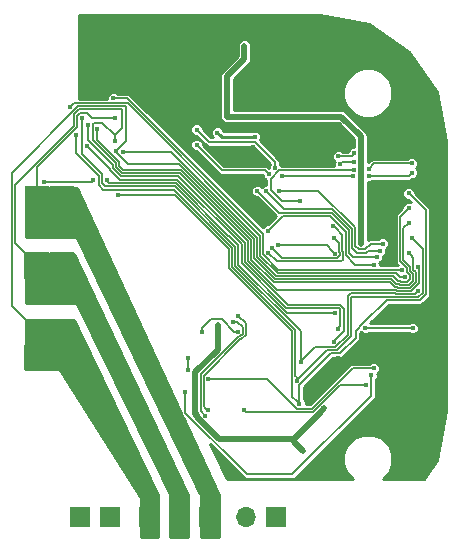
<source format=gbr>
G04 #@! TF.FileFunction,Copper,L2,Bot,Signal*
%FSLAX46Y46*%
G04 Gerber Fmt 4.6, Leading zero omitted, Abs format (unit mm)*
G04 Created by KiCad (PCBNEW 4.0.6) date 06/11/18 21:36:10*
%MOMM*%
%LPD*%
G01*
G04 APERTURE LIST*
%ADD10C,0.100000*%
%ADD11C,0.400000*%
%ADD12R,1.700000X1.700000*%
%ADD13O,1.700000X1.700000*%
%ADD14R,2.150000X2.200000*%
%ADD15C,0.500000*%
%ADD16C,0.130000*%
%ADD17C,0.250000*%
%ADD18C,0.254000*%
G04 APERTURE END LIST*
D10*
D11*
X81850000Y-46400000D03*
X78050000Y-46750000D03*
X69750000Y-44400000D03*
X73700000Y-49900000D03*
X77600000Y-52900000D03*
X83300000Y-59150000D03*
X70450000Y-50250000D03*
X59750000Y-44200000D03*
X77700000Y-53650000D03*
X86900000Y-74450000D03*
X85750000Y-75800000D03*
X84150000Y-74750000D03*
X84550000Y-76350000D03*
X64250000Y-51150000D03*
X65900000Y-50200000D03*
X63900000Y-49650000D03*
X65650000Y-52450000D03*
X74050000Y-52950000D03*
X78700000Y-44750000D03*
D12*
X73200000Y-85900000D03*
D13*
X70660000Y-85900000D03*
D12*
X56600000Y-85900000D03*
X59200000Y-85900000D03*
X62500000Y-85900000D03*
X65040000Y-85900000D03*
X67580000Y-85900000D03*
D14*
X52958935Y-72400000D03*
X52958935Y-70200000D03*
X55108935Y-72400000D03*
X55108935Y-70200000D03*
X52945000Y-66800000D03*
X52945000Y-64600000D03*
X55095000Y-66800000D03*
X55095000Y-64600000D03*
X52958935Y-61195000D03*
X52958935Y-58995000D03*
X55108935Y-61195000D03*
X55108935Y-58995000D03*
D11*
X85550000Y-50850000D03*
X77320710Y-76700000D03*
X66500002Y-77250000D03*
X80784944Y-69900000D03*
X84800000Y-69900000D03*
X75500000Y-80350000D03*
X76939127Y-77081583D03*
X68300000Y-69650000D03*
X70700000Y-57200000D03*
X72000000Y-60050000D03*
X71250000Y-54550000D03*
X69550000Y-56100000D03*
X78450000Y-72450000D03*
X84900000Y-71200000D03*
X62300000Y-47400000D03*
X63550000Y-47400000D03*
X63550000Y-46500000D03*
X62300000Y-46500000D03*
X62300000Y-45600000D03*
X63550000Y-45600000D03*
X63550000Y-44700000D03*
X62300000Y-44700000D03*
X59650000Y-54950000D03*
X84454990Y-61000000D03*
X75200000Y-76300002D03*
X59808914Y-58624634D03*
X84450000Y-58500000D03*
X85229860Y-64716880D03*
X59600000Y-54100000D03*
X74995685Y-74345685D03*
X84700000Y-62250000D03*
X56312977Y-53578613D03*
X83919816Y-65009781D03*
X59450000Y-50450000D03*
X59550000Y-52100000D03*
X75300000Y-72750000D03*
X85230386Y-66745581D03*
X56800000Y-52100000D03*
X66500000Y-54400000D03*
X72606293Y-56872336D03*
X66500000Y-53099992D03*
X73151655Y-56326974D03*
X81494041Y-73311909D03*
X81734968Y-63900000D03*
X71650000Y-58300000D03*
X67500032Y-74220799D03*
X65750012Y-73450000D03*
X65750000Y-72425000D03*
X69995010Y-70200000D03*
X66975000Y-70200000D03*
X57758777Y-57388811D03*
X53600000Y-57530002D03*
X60250000Y-55000000D03*
X84454990Y-59750000D03*
X58898755Y-57404990D03*
X78250000Y-68650000D03*
X84450000Y-63550000D03*
X58095010Y-53087816D03*
X57195010Y-54468315D03*
X78450000Y-69950000D03*
X84145010Y-65584591D03*
X55817340Y-51204006D03*
X78120973Y-71070397D03*
X57290257Y-52736745D03*
X81474957Y-64563314D03*
X72550000Y-61650000D03*
X78659979Y-56000000D03*
X79819990Y-55880687D03*
X79819990Y-55118075D03*
X78482822Y-55368190D03*
X68250000Y-53350000D03*
X71412184Y-53705177D03*
X80444823Y-62262184D03*
X80400000Y-62800000D03*
X69050000Y-52000000D03*
X69650000Y-52000000D03*
X70550000Y-46000000D03*
X70550000Y-46600000D03*
X70550000Y-47100000D03*
X81286830Y-73886830D03*
X81994979Y-63380432D03*
X72400000Y-58300000D03*
X65550000Y-75300000D03*
X80823180Y-74718190D03*
X82254990Y-62750000D03*
X73495746Y-58275521D03*
X70466802Y-76825431D03*
X69601820Y-69348180D03*
X67227295Y-77327695D03*
X67431317Y-76838524D03*
X70000000Y-68850000D03*
X78061830Y-61238170D03*
X72534012Y-63514891D03*
X78150000Y-62300000D03*
X72870924Y-63105742D03*
X78200000Y-63600000D03*
X73358980Y-62899070D03*
X81050000Y-56400000D03*
X79850000Y-56550000D03*
X75250000Y-59150000D03*
X84700000Y-55950000D03*
X84750000Y-56750000D03*
X81050000Y-57030013D03*
X79735025Y-57067391D03*
X73750000Y-57000000D03*
D15*
X76939127Y-77081583D02*
X77320710Y-76700000D01*
X68300000Y-69650000D02*
X68300000Y-71750000D01*
X68300000Y-71750000D02*
X66400000Y-73650000D01*
X66400000Y-73650000D02*
X66400000Y-77149998D01*
X66400000Y-77149998D02*
X66500002Y-77250000D01*
X66500002Y-77420662D02*
X66500002Y-77250000D01*
X74720710Y-79300000D02*
X68379340Y-79300000D01*
X68379340Y-79300000D02*
X66500002Y-77420662D01*
D16*
X84800000Y-69900000D02*
X80784944Y-69900000D01*
D15*
X74720710Y-79300000D02*
X74720710Y-79570710D01*
X74720710Y-79570710D02*
X75500000Y-80350000D01*
X76739128Y-77281582D02*
X76939127Y-77081583D01*
X74720710Y-79300000D02*
X76739128Y-77281582D01*
D17*
X69550000Y-56100000D02*
X69550000Y-55600000D01*
X69550000Y-55600000D02*
X70600000Y-54550000D01*
X70600000Y-54550000D02*
X71250000Y-54550000D01*
X84900000Y-71200000D02*
X83650000Y-72450000D01*
X83650000Y-72450000D02*
X78450000Y-72450000D01*
D16*
X84574839Y-64712512D02*
X84574839Y-65062106D01*
X83682181Y-66239604D02*
X83610624Y-66168047D01*
X84800023Y-65287289D02*
X84800023Y-65881893D01*
X84574839Y-65062106D02*
X84800023Y-65287289D01*
X64978830Y-55987142D02*
X60652540Y-55987142D01*
X71350054Y-62358366D02*
X64978830Y-55987142D01*
X71350054Y-63993780D02*
X71350054Y-62358366D01*
X83610624Y-66168047D02*
X83370324Y-66168047D01*
X84454990Y-61000000D02*
X83999745Y-61455245D01*
X83999745Y-61455245D02*
X83999745Y-64137418D01*
X83999745Y-64137418D02*
X84574839Y-64712512D01*
X84800023Y-65881893D02*
X84442312Y-66239604D01*
X59849999Y-55184601D02*
X59849999Y-55149999D01*
X84442312Y-66239604D02*
X83682181Y-66239604D01*
X60652540Y-55987142D02*
X59849999Y-55184601D01*
X73139497Y-65783225D02*
X71350054Y-63993780D01*
X83370324Y-66168047D02*
X82985502Y-65783225D01*
X59849999Y-55149999D02*
X59650000Y-54950000D01*
X82985502Y-65783225D02*
X73139497Y-65783225D01*
X52958935Y-70175000D02*
X50839989Y-68056054D01*
X52958935Y-70200000D02*
X52958935Y-70175000D01*
X59849999Y-54750001D02*
X59650000Y-54950000D01*
X60549999Y-54050001D02*
X59849999Y-54750001D01*
X60549999Y-51149999D02*
X60549999Y-54050001D01*
X50839989Y-56739987D02*
X56449998Y-51129978D01*
X60529978Y-51129978D02*
X60549999Y-51149999D01*
X50839989Y-68056054D02*
X50839989Y-56739987D01*
X56449998Y-51129978D02*
X60529978Y-51129978D01*
X59808914Y-58624634D02*
X64624634Y-58624634D01*
X64624634Y-58624634D02*
X69250001Y-63250001D01*
X74600000Y-70185410D02*
X74600000Y-75700002D01*
X69250001Y-63250001D02*
X69250001Y-64835406D01*
X74600000Y-75700002D02*
X75000001Y-76100003D01*
X69250001Y-64835406D02*
X69300000Y-64885405D01*
X69300000Y-64885405D02*
X69300000Y-64885410D01*
X69300000Y-64885410D02*
X74600000Y-70185410D01*
X75000001Y-76100003D02*
X75200000Y-76300002D01*
X77845002Y-72054998D02*
X75200000Y-74700000D01*
X84450000Y-58500000D02*
X85885398Y-59935398D01*
X85388621Y-67539659D02*
X82586896Y-67539659D01*
X82586896Y-67539659D02*
X80621557Y-69504998D01*
X75200000Y-74700000D02*
X75200000Y-76017160D01*
X78639602Y-72054998D02*
X77845002Y-72054998D01*
X85885398Y-59935398D02*
X85885398Y-67042882D01*
X85885398Y-67042882D02*
X85388621Y-67539659D01*
X80621557Y-69504998D02*
X80595342Y-69504998D01*
X80595342Y-69504998D02*
X79950000Y-70150340D01*
X79950000Y-70150340D02*
X79950000Y-70744600D01*
X79950000Y-70744600D02*
X78639602Y-72054998D01*
X75200000Y-76017160D02*
X75200000Y-76300002D01*
X65066222Y-56809956D02*
X70830032Y-62573766D01*
X83395224Y-66688069D02*
X83466781Y-66759626D01*
X85320045Y-64807065D02*
X85229860Y-64716880D01*
X73308923Y-66688069D02*
X83395224Y-66688069D01*
X84657712Y-66759626D02*
X85320045Y-66097293D01*
X57834602Y-52500000D02*
X57700000Y-52634602D01*
X57700000Y-53952315D02*
X59672616Y-55924931D01*
X57700000Y-52634602D02*
X57700000Y-53952315D01*
X59600000Y-53595000D02*
X58505000Y-52500000D01*
X70830032Y-62573766D02*
X70830032Y-64209178D01*
X60198129Y-56809956D02*
X65066222Y-56809956D01*
X58505000Y-52500000D02*
X57834602Y-52500000D01*
X83466781Y-66759626D02*
X84657712Y-66759626D01*
X70830032Y-64209178D02*
X73308923Y-66688069D01*
X85320045Y-66097293D02*
X85320045Y-64807065D01*
X59672616Y-55924931D02*
X59672616Y-56284443D01*
X59672616Y-56284443D02*
X60198129Y-56809956D01*
X60200000Y-52995000D02*
X59600000Y-53595000D01*
X56144988Y-52755012D02*
X56144988Y-51802699D01*
X51100000Y-62730000D02*
X51100000Y-57800000D01*
X60200000Y-51420022D02*
X60200000Y-52995000D01*
X56557698Y-51389989D02*
X60169967Y-51389989D01*
X56144988Y-51802699D02*
X56557698Y-51389989D01*
X51100000Y-57800000D02*
X56144988Y-52755012D01*
X52945000Y-64600000D02*
X52945000Y-64575000D01*
X60169967Y-51389989D02*
X60200000Y-51420022D01*
X52945000Y-64575000D02*
X51100000Y-62730000D01*
X59600000Y-53595000D02*
X59600000Y-54100000D01*
X74860011Y-73927169D02*
X74860011Y-70077707D01*
X74995685Y-74345685D02*
X74995685Y-74062843D01*
X58562322Y-58180033D02*
X58189989Y-57807700D01*
X58189989Y-56989989D02*
X56312977Y-55112977D01*
X56312977Y-53861455D02*
X56312977Y-53578613D01*
X56312977Y-55112977D02*
X56312977Y-53861455D01*
X64547743Y-58180033D02*
X58562322Y-58180033D01*
X69510011Y-63142300D02*
X64547743Y-58180033D01*
X69510011Y-64727707D02*
X69510011Y-63142300D01*
X74860011Y-70077707D02*
X69510011Y-64727707D01*
X74995685Y-74062843D02*
X74860011Y-73927169D01*
X58189989Y-57807700D02*
X58189989Y-56989989D01*
X75195684Y-74145686D02*
X74995685Y-74345685D01*
X79600000Y-70550000D02*
X78355013Y-71794987D01*
X79600000Y-67282289D02*
X79600000Y-70550000D01*
X77546383Y-71794987D02*
X75195684Y-74145686D01*
X78355013Y-71794987D02*
X77546383Y-71794987D01*
X85625387Y-66935182D02*
X85280921Y-67279648D01*
X79602641Y-67279648D02*
X79600000Y-67282289D01*
X84700000Y-62250000D02*
X85625387Y-63175387D01*
X85625387Y-63175387D02*
X85625387Y-66935182D01*
X85280921Y-67279648D02*
X79602641Y-67279648D01*
X83636974Y-65009781D02*
X83919816Y-65009781D01*
X83585509Y-64958316D02*
X83636974Y-65009781D01*
X73417721Y-64958316D02*
X83585509Y-64958316D01*
X59450000Y-50450000D02*
X60600000Y-50450000D01*
X72130087Y-61980087D02*
X72130087Y-63670682D01*
X60600000Y-50450000D02*
X72130087Y-61980087D01*
X72130087Y-63670682D02*
X73417721Y-64958316D01*
X52958935Y-57765000D02*
X52958935Y-58995000D01*
X56404999Y-52862711D02*
X52958935Y-56308775D01*
X57634602Y-52100000D02*
X57239601Y-51704999D01*
X59550000Y-52100000D02*
X57634602Y-52100000D01*
X56404999Y-51910399D02*
X56404999Y-52862711D01*
X56610399Y-51704999D02*
X56404999Y-51910399D01*
X57239601Y-51704999D02*
X56610399Y-51704999D01*
X52958935Y-56308775D02*
X52958935Y-57765000D01*
X55108935Y-58970000D02*
X55108935Y-58995000D01*
X75300000Y-72467158D02*
X75300000Y-72750000D01*
X75300000Y-70149988D02*
X75300000Y-72467158D01*
X69770022Y-64620008D02*
X75300000Y-70149988D01*
X56800000Y-55200000D02*
X58450000Y-56850000D01*
X56800000Y-52100000D02*
X56800000Y-55200000D01*
X58450000Y-57650000D02*
X58700000Y-57900000D01*
X58450000Y-56850000D02*
X58450000Y-57650000D01*
X69770022Y-63020022D02*
X69770022Y-64620008D01*
X64650000Y-57900000D02*
X69770022Y-63020022D01*
X58700000Y-57900000D02*
X64650000Y-57900000D01*
X75499999Y-72550001D02*
X75300000Y-72750000D01*
X76515024Y-71534976D02*
X75499999Y-72550001D01*
X79300000Y-70450000D02*
X78215024Y-71534976D01*
X83359081Y-67019637D02*
X83287524Y-66948080D01*
X85230386Y-66745581D02*
X84956330Y-67019637D01*
X84956330Y-67019637D02*
X83359081Y-67019637D01*
X83287524Y-66948080D02*
X79566498Y-66948080D01*
X78215024Y-71534976D02*
X76515024Y-71534976D01*
X79300000Y-67214578D02*
X79300000Y-70450000D01*
X79566498Y-66948080D02*
X79300000Y-67214578D01*
X66699999Y-54599999D02*
X66500000Y-54400000D01*
X68650000Y-56550000D02*
X66699999Y-54599999D01*
X72283957Y-56550000D02*
X68650000Y-56550000D01*
X72606293Y-56872336D02*
X72283957Y-56550000D01*
X66699999Y-53299991D02*
X66500000Y-53099992D01*
X67550007Y-54149999D02*
X66699999Y-53299991D01*
X71449999Y-54149999D02*
X67550007Y-54149999D01*
X73151655Y-55851655D02*
X71449999Y-54149999D01*
X73151655Y-56326974D02*
X73151655Y-55851655D01*
X75010399Y-76745001D02*
X76278659Y-76745001D01*
X79711751Y-73311909D02*
X81211199Y-73311909D01*
X81211199Y-73311909D02*
X81494041Y-73311909D01*
X72486197Y-74220799D02*
X75010399Y-76745001D01*
X67500032Y-74220799D02*
X72486197Y-74220799D01*
X76278659Y-76745001D02*
X79711751Y-73311909D01*
X81452126Y-63900000D02*
X81734968Y-63900000D01*
X71650000Y-58300000D02*
X73500000Y-60150000D01*
X79400000Y-61600000D02*
X79400000Y-63550000D01*
X77950000Y-60150000D02*
X79400000Y-61600000D01*
X73500000Y-60150000D02*
X77950000Y-60150000D01*
X79750000Y-63900000D02*
X81452126Y-63900000D01*
X79400000Y-63550000D02*
X79750000Y-63900000D01*
X65750000Y-72425000D02*
X65750000Y-73449988D01*
X65750000Y-73449988D02*
X65750012Y-73450000D01*
X68612168Y-69150000D02*
X69662168Y-70200000D01*
X69662168Y-70200000D02*
X69712168Y-70200000D01*
X66975000Y-70200000D02*
X66975000Y-69920000D01*
X66975000Y-69920000D02*
X67745000Y-69150000D01*
X69712168Y-70200000D02*
X69995010Y-70200000D01*
X67745000Y-69150000D02*
X68612168Y-69150000D01*
X53600000Y-57530002D02*
X57617586Y-57530002D01*
X57617586Y-57530002D02*
X57758777Y-57388811D01*
X71610065Y-62250666D02*
X64359399Y-55000000D01*
X73247196Y-65523214D02*
X71610065Y-63886081D01*
X64359399Y-55000000D02*
X60532842Y-55000000D01*
X83142016Y-65523214D02*
X73247196Y-65523214D01*
X83526838Y-65908036D02*
X83142016Y-65523214D01*
X84540012Y-65774193D02*
X84334612Y-65979593D01*
X84314828Y-65169806D02*
X84540012Y-65394989D01*
X84540012Y-65394989D02*
X84540012Y-65774193D01*
X83739734Y-64245118D02*
X84314828Y-64820212D01*
X83739734Y-60465256D02*
X83739734Y-64245118D01*
X84454990Y-59750000D02*
X83739734Y-60465256D01*
X83718324Y-65908036D02*
X83526838Y-65908036D01*
X71610065Y-63886081D02*
X71610065Y-62250666D01*
X84314828Y-64820212D02*
X84314828Y-65169806D01*
X60532842Y-55000000D02*
X60250000Y-55000000D01*
X83789881Y-65979593D02*
X83718324Y-65908036D01*
X84334612Y-65979593D02*
X83789881Y-65979593D01*
X59098754Y-57604989D02*
X58898755Y-57404990D01*
X70039993Y-62886860D02*
X69223100Y-62069967D01*
X69187678Y-62069967D02*
X64757700Y-57639989D01*
X69223100Y-62069967D02*
X69187678Y-62069967D01*
X78250000Y-68650000D02*
X74167722Y-68650000D01*
X74167722Y-68650000D02*
X70039993Y-64522269D01*
X70039993Y-64522269D02*
X70039993Y-62886860D01*
X64757700Y-57639989D02*
X59133754Y-57639989D01*
X59133754Y-57639989D02*
X59098754Y-57604989D01*
X82877802Y-66043236D02*
X83262624Y-66428058D01*
X59932627Y-56176743D02*
X60305829Y-56549945D01*
X71090043Y-62466066D02*
X71090043Y-64101480D01*
X58095010Y-53979614D02*
X59932627Y-55817231D01*
X85060034Y-65989593D02*
X85060034Y-65179589D01*
X84834850Y-63934850D02*
X84649999Y-63749999D01*
X73031797Y-66043236D02*
X82877802Y-66043236D01*
X83262624Y-66428058D02*
X83502924Y-66428058D01*
X65173922Y-56549945D02*
X71090043Y-62466066D01*
X59932627Y-55817231D02*
X59932627Y-56176743D01*
X60305829Y-56549945D02*
X65173922Y-56549945D01*
X84834850Y-64954406D02*
X84834850Y-63934850D01*
X83574481Y-66499615D02*
X84550012Y-66499615D01*
X84550012Y-66499615D02*
X85060034Y-65989593D01*
X84649999Y-63749999D02*
X84450000Y-63550000D01*
X85060034Y-65179589D02*
X84834850Y-64954406D01*
X83502924Y-66428058D02*
X83574481Y-66499615D01*
X71090043Y-64101480D02*
X73031797Y-66043236D01*
X58095010Y-53087816D02*
X58095010Y-53979614D01*
X78542301Y-68210011D02*
X74095442Y-68210011D01*
X59152594Y-56425899D02*
X57395009Y-54668314D01*
X78649999Y-69750001D02*
X78649999Y-68317709D01*
X59982729Y-57329978D02*
X59152594Y-56499843D01*
X70310010Y-62789166D02*
X64850822Y-57329978D01*
X78649999Y-68317709D02*
X78542301Y-68210011D01*
X78450000Y-69950000D02*
X78649999Y-69750001D01*
X64850822Y-57329978D02*
X59982729Y-57329978D01*
X59152594Y-56499843D02*
X59152594Y-56425899D01*
X70310010Y-64424579D02*
X70310010Y-62789166D01*
X57395009Y-54668314D02*
X57195010Y-54468315D01*
X74095442Y-68210011D02*
X70310010Y-64424579D01*
X83696632Y-65584591D02*
X83862168Y-65584591D01*
X83862168Y-65584591D02*
X84145010Y-65584591D01*
X55817340Y-51204006D02*
X56151379Y-50869967D01*
X83367054Y-65255013D02*
X83696632Y-65584591D01*
X73346706Y-65255013D02*
X83367054Y-65255013D01*
X71870076Y-63778383D02*
X73346706Y-65255013D01*
X71870076Y-62087786D02*
X71870076Y-63778383D01*
X60652257Y-50869967D02*
X71870076Y-62087786D01*
X56151379Y-50869967D02*
X60652257Y-50869967D01*
X59412605Y-56392143D02*
X60090429Y-57069967D01*
X60090429Y-57069967D02*
X64958522Y-57069967D01*
X64958522Y-57069967D02*
X70570021Y-62681466D01*
X78320972Y-70870398D02*
X78120973Y-71070397D01*
X79000000Y-70191370D02*
X78320972Y-70870398D01*
X59412605Y-56094894D02*
X59412605Y-56392143D01*
X78650001Y-67950000D02*
X79000000Y-68300000D01*
X74203142Y-67950000D02*
X78650001Y-67950000D01*
X70570021Y-64316879D02*
X74203142Y-67950000D01*
X57290257Y-52736745D02*
X57290257Y-53972546D01*
X57290257Y-53972546D02*
X59412605Y-56094894D01*
X70570021Y-62681466D02*
X70570021Y-64316879D01*
X79000000Y-68300000D02*
X79000000Y-70191370D01*
X72550000Y-61650000D02*
X73789989Y-60410011D01*
X79139989Y-63757700D02*
X79945603Y-64563314D01*
X79139989Y-61757699D02*
X79139989Y-63757700D01*
X79945603Y-64563314D02*
X81192115Y-64563314D01*
X77792301Y-60410011D02*
X79139989Y-61757699D01*
X81192115Y-64563314D02*
X81474957Y-64563314D01*
X73789989Y-60410011D02*
X77792301Y-60410011D01*
X78779292Y-55880687D02*
X78659979Y-56000000D01*
X79819990Y-55880687D02*
X78779292Y-55880687D01*
X78482822Y-55368190D02*
X79569875Y-55368190D01*
X79619991Y-55318074D02*
X79819990Y-55118075D01*
X79569875Y-55368190D02*
X79619991Y-55318074D01*
D17*
X68449999Y-53549999D02*
X68250000Y-53350000D01*
X71412184Y-53705177D02*
X68605177Y-53705177D01*
X68605177Y-53705177D02*
X68449999Y-53549999D01*
D15*
X80430002Y-53680002D02*
X78750000Y-52000000D01*
X78750000Y-52000000D02*
X69932842Y-52000000D01*
X80430002Y-62487156D02*
X80430002Y-53680002D01*
X80400000Y-62800000D02*
X80400000Y-62517158D01*
X69932842Y-52000000D02*
X69650000Y-52000000D01*
X80400000Y-62517158D02*
X80430002Y-62487156D01*
X69050000Y-51717158D02*
X69050000Y-52000000D01*
X69050000Y-48600000D02*
X69050000Y-51717158D01*
X70550000Y-47100000D02*
X69050000Y-48600000D01*
X69650000Y-52000000D02*
X69050000Y-52000000D01*
X70550000Y-46600000D02*
X70550000Y-46000000D01*
X70550000Y-47100000D02*
X70550000Y-46600000D01*
D16*
X81286830Y-74169672D02*
X81286830Y-73886830D01*
X65550000Y-77100000D02*
X70750000Y-82300000D01*
X65550000Y-75300000D02*
X65550000Y-77100000D01*
X70750000Y-82300000D02*
X74600000Y-82300000D01*
X74600000Y-82300000D02*
X81286830Y-75613170D01*
X81286830Y-75613170D02*
X81286830Y-74169672D01*
X72400000Y-58300000D02*
X73889989Y-59789989D01*
X79660011Y-61492300D02*
X79660011Y-63092300D01*
X80107700Y-63539989D02*
X80875407Y-63539989D01*
X80875407Y-63539989D02*
X81034964Y-63380432D01*
X81712137Y-63380432D02*
X81994979Y-63380432D01*
X81034964Y-63380432D02*
X81712137Y-63380432D01*
X77957699Y-59789989D02*
X79660011Y-61492300D01*
X79660011Y-63092300D02*
X80107700Y-63539989D01*
X73889989Y-59789989D02*
X77957699Y-59789989D01*
X70666801Y-77025430D02*
X76365940Y-77025430D01*
X78673180Y-74718190D02*
X80540338Y-74718190D01*
X76365940Y-77025430D02*
X78673180Y-74718190D01*
X70466802Y-76825431D02*
X70666801Y-77025430D01*
X80540338Y-74718190D02*
X80823180Y-74718190D01*
X76810943Y-58275521D02*
X79920022Y-61384600D01*
X80220662Y-63250000D02*
X80765852Y-63250000D01*
X79920022Y-61384600D02*
X79920022Y-62949360D01*
X73495746Y-58275521D02*
X76810943Y-58275521D01*
X81265852Y-62750000D02*
X81972148Y-62750000D01*
X79920022Y-62949360D02*
X80220662Y-63250000D01*
X81972148Y-62750000D02*
X82254990Y-62750000D01*
X80765852Y-63250000D02*
X81265852Y-62750000D01*
X70184611Y-70595001D02*
X70390011Y-70389601D01*
X70390011Y-69853529D02*
X69884662Y-69348180D01*
X70390011Y-70389601D02*
X70390011Y-69853529D01*
X70084339Y-70595001D02*
X70184611Y-70595001D01*
X66845011Y-73834329D02*
X70084339Y-70595001D01*
X66845011Y-76945411D02*
X66845011Y-73834329D01*
X69884662Y-69348180D02*
X69601820Y-69348180D01*
X67227295Y-77327695D02*
X66845011Y-76945411D01*
X67105022Y-76512229D02*
X67231318Y-76638525D01*
X67231318Y-76638525D02*
X67431317Y-76838524D01*
X70292311Y-70855012D02*
X70192038Y-70855012D01*
X67105022Y-73942028D02*
X67105022Y-76512229D01*
X70650022Y-70497301D02*
X70292311Y-70855012D01*
X70000000Y-68850000D02*
X70650022Y-69500022D01*
X70650022Y-69500022D02*
X70650022Y-70497301D01*
X70192038Y-70855012D02*
X67105022Y-73942028D01*
X78839989Y-63375411D02*
X78839989Y-62016329D01*
X78879978Y-63415400D02*
X78839989Y-63375411D01*
X78879978Y-64122337D02*
X78879978Y-63415400D01*
X73274134Y-64255013D02*
X78747302Y-64255013D01*
X78261829Y-61438169D02*
X78061830Y-61238170D01*
X78839989Y-62016329D02*
X78261829Y-61438169D01*
X72534012Y-63514891D02*
X73274134Y-64255013D01*
X78747302Y-64255013D02*
X78879978Y-64122337D01*
X78349999Y-62499999D02*
X78150000Y-62300000D01*
X78579978Y-62729978D02*
X78349999Y-62499999D01*
X78368087Y-63995002D02*
X78619967Y-63743122D01*
X78619967Y-63743122D02*
X78619967Y-63523100D01*
X73760184Y-63995002D02*
X78368087Y-63995002D01*
X72870924Y-63105742D02*
X73760184Y-63995002D01*
X78579978Y-63483111D02*
X78579978Y-62729978D01*
X78619967Y-63523100D02*
X78579978Y-63483111D01*
X78000001Y-63400001D02*
X78200000Y-63600000D01*
X73358980Y-62899070D02*
X77499070Y-62899070D01*
X77499070Y-62899070D02*
X78000001Y-63400001D01*
X72804999Y-58239601D02*
X72804999Y-57245001D01*
X72804999Y-57245001D02*
X73500000Y-56550000D01*
X75250000Y-59150000D02*
X73715398Y-59150000D01*
X73500000Y-56550000D02*
X79567158Y-56550000D01*
X79567158Y-56550000D02*
X79850000Y-56550000D01*
X73715398Y-59150000D02*
X72804999Y-58239601D01*
X81050000Y-56400000D02*
X81500000Y-55950000D01*
X81500000Y-55950000D02*
X84700000Y-55950000D01*
X84469987Y-57030013D02*
X84550001Y-56949999D01*
X81050000Y-57030013D02*
X84469987Y-57030013D01*
X84550001Y-56949999D02*
X84750000Y-56750000D01*
X79667634Y-57000000D02*
X79735025Y-57067391D01*
X73750000Y-57000000D02*
X79667634Y-57000000D01*
D18*
G36*
X63223000Y-84078807D02*
X63223000Y-87623000D01*
X61777000Y-87623000D01*
X61777000Y-84350000D01*
X61771972Y-84314619D01*
X61757389Y-84282202D01*
X54907389Y-73432202D01*
X54884249Y-73404968D01*
X54854438Y-73385259D01*
X54820317Y-73374636D01*
X54800000Y-73373000D01*
X51978452Y-73373000D01*
X52025565Y-69227000D01*
X56119962Y-69227000D01*
X63223000Y-84078807D01*
X63223000Y-84078807D01*
G37*
X63223000Y-84078807D02*
X63223000Y-87623000D01*
X61777000Y-87623000D01*
X61777000Y-84350000D01*
X61771972Y-84314619D01*
X61757389Y-84282202D01*
X54907389Y-73432202D01*
X54884249Y-73404968D01*
X54854438Y-73385259D01*
X54820317Y-73374636D01*
X54800000Y-73373000D01*
X51978452Y-73373000D01*
X52025565Y-69227000D01*
X56119962Y-69227000D01*
X63223000Y-84078807D01*
G36*
X65773000Y-84028531D02*
X65773000Y-87623000D01*
X64277000Y-87623000D01*
X64277000Y-84050000D01*
X64271972Y-84014619D01*
X64264014Y-83994055D01*
X56364014Y-67894055D01*
X56343914Y-67864507D01*
X56316378Y-67841727D01*
X56283586Y-67827522D01*
X56250000Y-67823000D01*
X52025581Y-67823000D01*
X51978435Y-63627000D01*
X56119593Y-63627000D01*
X65773000Y-84028531D01*
X65773000Y-84028531D01*
G37*
X65773000Y-84028531D02*
X65773000Y-87623000D01*
X64277000Y-87623000D01*
X64277000Y-84050000D01*
X64271972Y-84014619D01*
X64264014Y-83994055D01*
X56364014Y-67894055D01*
X56343914Y-67864507D01*
X56316378Y-67841727D01*
X56283586Y-67827522D01*
X56250000Y-67823000D01*
X52025581Y-67823000D01*
X51978435Y-63627000D01*
X56119593Y-63627000D01*
X65773000Y-84028531D01*
G36*
X53436360Y-58033634D02*
X53537299Y-58055827D01*
X53640627Y-58057991D01*
X53742406Y-58040045D01*
X53776038Y-58027000D01*
X56368753Y-58027000D01*
X65158000Y-77064291D01*
X65158000Y-77100000D01*
X65161537Y-77136074D01*
X65164690Y-77172109D01*
X65165265Y-77174087D01*
X65165466Y-77176140D01*
X65175942Y-77210839D01*
X65186034Y-77245576D01*
X65186981Y-77247404D01*
X65187578Y-77249380D01*
X65204576Y-77281348D01*
X65221241Y-77313499D01*
X65222529Y-77315113D01*
X65223495Y-77316929D01*
X65246362Y-77344967D01*
X65268971Y-77373289D01*
X65271798Y-77376156D01*
X65271848Y-77376217D01*
X65271905Y-77376264D01*
X65272814Y-77377186D01*
X65327885Y-77432257D01*
X68373000Y-84027901D01*
X68373000Y-87623000D01*
X66827000Y-87623000D01*
X66827000Y-84000000D01*
X66821972Y-83964619D01*
X66814423Y-83944897D01*
X56364423Y-62244897D01*
X56344542Y-62215201D01*
X56317175Y-62192220D01*
X56284488Y-62177773D01*
X56250000Y-62173000D01*
X52027000Y-62173000D01*
X52027000Y-58027000D01*
X53421175Y-58027000D01*
X53436360Y-58033634D01*
X53436360Y-58033634D01*
G37*
X53436360Y-58033634D02*
X53537299Y-58055827D01*
X53640627Y-58057991D01*
X53742406Y-58040045D01*
X53776038Y-58027000D01*
X56368753Y-58027000D01*
X65158000Y-77064291D01*
X65158000Y-77100000D01*
X65161537Y-77136074D01*
X65164690Y-77172109D01*
X65165265Y-77174087D01*
X65165466Y-77176140D01*
X65175942Y-77210839D01*
X65186034Y-77245576D01*
X65186981Y-77247404D01*
X65187578Y-77249380D01*
X65204576Y-77281348D01*
X65221241Y-77313499D01*
X65222529Y-77315113D01*
X65223495Y-77316929D01*
X65246362Y-77344967D01*
X65268971Y-77373289D01*
X65271798Y-77376156D01*
X65271848Y-77376217D01*
X65271905Y-77376264D01*
X65272814Y-77377186D01*
X65327885Y-77432257D01*
X68373000Y-84027901D01*
X68373000Y-87623000D01*
X66827000Y-87623000D01*
X66827000Y-84000000D01*
X66821972Y-83964619D01*
X66814423Y-83944897D01*
X56364423Y-62244897D01*
X56344542Y-62215201D01*
X56317175Y-62192220D01*
X56284488Y-62177773D01*
X56250000Y-62173000D01*
X52027000Y-62173000D01*
X52027000Y-58027000D01*
X53421175Y-58027000D01*
X53436360Y-58033634D01*
G36*
X81062420Y-44192451D02*
X84506373Y-46493627D01*
X86807549Y-49937580D01*
X87623000Y-54037131D01*
X87623000Y-76962869D01*
X86807549Y-81062420D01*
X85718734Y-82691947D01*
X82238530Y-82698392D01*
X82759768Y-82178062D01*
X83076639Y-81414953D01*
X83077360Y-80588672D01*
X82761822Y-79825011D01*
X82178062Y-79240232D01*
X81414953Y-78923361D01*
X80588672Y-78922640D01*
X79825011Y-79238178D01*
X79240232Y-79821938D01*
X78923361Y-80585047D01*
X78922640Y-81411328D01*
X79238178Y-82174989D01*
X79765241Y-82702972D01*
X69030884Y-82722850D01*
X67647252Y-79751624D01*
X70472814Y-82577186D01*
X70599988Y-82662161D01*
X70750000Y-82692001D01*
X70750005Y-82692000D01*
X74600000Y-82692000D01*
X74750012Y-82662161D01*
X74877186Y-82577186D01*
X81564016Y-75890356D01*
X81648991Y-75763182D01*
X81678830Y-75613170D01*
X81678830Y-74240156D01*
X81733339Y-74185742D01*
X81813739Y-73992117D01*
X81813922Y-73782463D01*
X81800689Y-73750438D01*
X81940550Y-73610821D01*
X82020950Y-73417196D01*
X82021133Y-73207542D01*
X81941071Y-73013777D01*
X81792953Y-72865400D01*
X81599328Y-72785000D01*
X81389674Y-72784817D01*
X81195909Y-72864879D01*
X81140783Y-72919909D01*
X79711751Y-72919909D01*
X79561739Y-72949748D01*
X79434565Y-73034723D01*
X76116287Y-76353001D01*
X75726955Y-76353001D01*
X75727092Y-76195635D01*
X75647030Y-76001870D01*
X75592000Y-75946744D01*
X75592000Y-74862372D01*
X78007374Y-72446998D01*
X78639602Y-72446998D01*
X78789614Y-72417159D01*
X78916788Y-72332184D01*
X80227186Y-71021786D01*
X80312161Y-70894612D01*
X80342000Y-70744600D01*
X80342000Y-70312712D01*
X80397195Y-70257517D01*
X80486032Y-70346509D01*
X80679657Y-70426909D01*
X80889311Y-70427092D01*
X81083076Y-70347030D01*
X81138202Y-70292000D01*
X84446674Y-70292000D01*
X84501088Y-70346509D01*
X84694713Y-70426909D01*
X84904367Y-70427092D01*
X85098132Y-70347030D01*
X85246509Y-70198912D01*
X85326909Y-70005287D01*
X85327092Y-69795633D01*
X85247030Y-69601868D01*
X85098912Y-69453491D01*
X84905287Y-69373091D01*
X84695633Y-69372908D01*
X84501868Y-69452970D01*
X84446742Y-69508000D01*
X81172927Y-69508000D01*
X82749268Y-67931659D01*
X85388621Y-67931659D01*
X85538633Y-67901820D01*
X85665807Y-67816845D01*
X86162584Y-67320068D01*
X86247559Y-67192894D01*
X86277398Y-67042882D01*
X86277398Y-59935398D01*
X86247559Y-59785386D01*
X86162584Y-59658212D01*
X84977025Y-58472653D01*
X84977092Y-58395633D01*
X84897030Y-58201868D01*
X84748912Y-58053491D01*
X84555287Y-57973091D01*
X84345633Y-57972908D01*
X84151868Y-58052970D01*
X84003491Y-58201088D01*
X83923091Y-58394713D01*
X83922908Y-58604367D01*
X84002970Y-58798132D01*
X84151088Y-58946509D01*
X84344713Y-59026909D01*
X84422605Y-59026977D01*
X84660218Y-59264590D01*
X84560277Y-59223091D01*
X84350623Y-59222908D01*
X84156858Y-59302970D01*
X84008481Y-59451088D01*
X83928081Y-59644713D01*
X83928013Y-59722605D01*
X83462548Y-60188070D01*
X83377573Y-60315244D01*
X83347734Y-60465256D01*
X83347734Y-64245118D01*
X83377573Y-64395130D01*
X83462548Y-64522304D01*
X83506560Y-64566316D01*
X82001955Y-64566316D01*
X82002049Y-64458947D01*
X81967078Y-64374310D01*
X82033100Y-64347030D01*
X82181477Y-64198912D01*
X82261877Y-64005287D01*
X82262021Y-63840308D01*
X82293111Y-63827462D01*
X82441488Y-63679344D01*
X82521888Y-63485719D01*
X82522071Y-63276065D01*
X82498705Y-63219515D01*
X82553122Y-63197030D01*
X82701499Y-63048912D01*
X82781899Y-62855287D01*
X82782082Y-62645633D01*
X82702020Y-62451868D01*
X82553902Y-62303491D01*
X82360277Y-62223091D01*
X82150623Y-62222908D01*
X81956858Y-62302970D01*
X81901732Y-62358000D01*
X81265852Y-62358000D01*
X81115840Y-62387839D01*
X81007002Y-62460562D01*
X81007002Y-57556976D01*
X81154367Y-57557105D01*
X81348132Y-57477043D01*
X81403258Y-57422013D01*
X84469987Y-57422013D01*
X84619999Y-57392174D01*
X84747173Y-57307199D01*
X84777347Y-57277025D01*
X84854367Y-57277092D01*
X85048132Y-57197030D01*
X85196509Y-57048912D01*
X85276909Y-56855287D01*
X85277092Y-56645633D01*
X85197030Y-56451868D01*
X85070336Y-56324952D01*
X85146509Y-56248912D01*
X85226909Y-56055287D01*
X85227092Y-55845633D01*
X85147030Y-55651868D01*
X84998912Y-55503491D01*
X84805287Y-55423091D01*
X84595633Y-55422908D01*
X84401868Y-55502970D01*
X84346742Y-55558000D01*
X81500000Y-55558000D01*
X81349988Y-55587839D01*
X81222814Y-55672814D01*
X81022653Y-55872975D01*
X81007002Y-55872962D01*
X81007002Y-53680007D01*
X81007003Y-53680002D01*
X80963080Y-53459194D01*
X80942639Y-53428601D01*
X80838003Y-53272001D01*
X80838000Y-53271999D01*
X79158001Y-51591999D01*
X78970808Y-51466922D01*
X78750000Y-51422999D01*
X78749995Y-51423000D01*
X69627000Y-51423000D01*
X69627000Y-50411328D01*
X78922640Y-50411328D01*
X79238178Y-51174989D01*
X79821938Y-51759768D01*
X80585047Y-52076639D01*
X81411328Y-52077360D01*
X82174989Y-51761822D01*
X82759768Y-51178062D01*
X83076639Y-50414953D01*
X83077360Y-49588672D01*
X82761822Y-48825011D01*
X82178062Y-48240232D01*
X81414953Y-47923361D01*
X80588672Y-47922640D01*
X79825011Y-48238178D01*
X79240232Y-48821938D01*
X78923361Y-49585047D01*
X78922640Y-50411328D01*
X69627000Y-50411328D01*
X69627000Y-48839002D01*
X70957998Y-47508003D01*
X70958001Y-47508001D01*
X71083078Y-47320808D01*
X71127000Y-47100000D01*
X71127000Y-46000000D01*
X71083078Y-45779192D01*
X70958001Y-45591999D01*
X70770808Y-45466922D01*
X70550000Y-45423000D01*
X70329192Y-45466922D01*
X70141999Y-45591999D01*
X70016922Y-45779192D01*
X69973000Y-46000000D01*
X69973000Y-46860999D01*
X68641999Y-48191999D01*
X68516922Y-48379192D01*
X68472999Y-48600000D01*
X68473000Y-48600005D01*
X68473000Y-52000000D01*
X68516922Y-52220808D01*
X68641999Y-52408001D01*
X68829192Y-52533078D01*
X69050000Y-52577000D01*
X78510998Y-52577000D01*
X79853002Y-53919003D01*
X79853002Y-54591103D01*
X79715623Y-54590983D01*
X79521858Y-54671045D01*
X79373481Y-54819163D01*
X79308278Y-54976190D01*
X78836148Y-54976190D01*
X78781734Y-54921681D01*
X78588109Y-54841281D01*
X78378455Y-54841098D01*
X78184690Y-54921160D01*
X78036313Y-55069278D01*
X77955913Y-55262903D01*
X77955730Y-55472557D01*
X78035792Y-55666322D01*
X78171469Y-55802237D01*
X78133070Y-55894713D01*
X78132887Y-56104367D01*
X78155048Y-56158000D01*
X73652052Y-56158000D01*
X73598685Y-56028842D01*
X73543655Y-55973716D01*
X73543655Y-55851655D01*
X73513816Y-55701643D01*
X73428841Y-55574469D01*
X71858577Y-54004205D01*
X71858693Y-54004089D01*
X71939093Y-53810464D01*
X71939276Y-53600810D01*
X71859214Y-53407045D01*
X71711096Y-53258668D01*
X71517471Y-53178268D01*
X71307817Y-53178085D01*
X71126080Y-53253177D01*
X68792401Y-53253177D01*
X68771624Y-53232400D01*
X68697030Y-53051868D01*
X68548912Y-52903491D01*
X68355287Y-52823091D01*
X68145633Y-52822908D01*
X67951868Y-52902970D01*
X67803491Y-53051088D01*
X67723091Y-53244713D01*
X67722908Y-53454367D01*
X67802970Y-53648132D01*
X67912645Y-53757999D01*
X67712379Y-53757999D01*
X67027025Y-53072645D01*
X67027092Y-52995625D01*
X66947030Y-52801860D01*
X66798912Y-52653483D01*
X66605287Y-52573083D01*
X66395633Y-52572900D01*
X66201868Y-52652962D01*
X66053491Y-52801080D01*
X65973091Y-52994705D01*
X65972908Y-53204359D01*
X66052970Y-53398124D01*
X66201088Y-53546501D01*
X66394713Y-53626901D01*
X66472605Y-53626969D01*
X67272821Y-54427185D01*
X67399995Y-54512160D01*
X67550007Y-54541999D01*
X71287627Y-54541999D01*
X72739448Y-55993820D01*
X72705146Y-56028062D01*
X72624746Y-56221687D01*
X72624646Y-56336317D01*
X72561143Y-56272814D01*
X72433969Y-56187839D01*
X72283957Y-56158000D01*
X68812372Y-56158000D01*
X67027025Y-54372653D01*
X67027092Y-54295633D01*
X66947030Y-54101868D01*
X66798912Y-53953491D01*
X66605287Y-53873091D01*
X66395633Y-53872908D01*
X66201868Y-53952970D01*
X66053491Y-54101088D01*
X65973091Y-54294713D01*
X65972908Y-54504367D01*
X66052970Y-54698132D01*
X66201088Y-54846509D01*
X66394713Y-54926909D01*
X66472605Y-54926977D01*
X68372814Y-56827186D01*
X68499988Y-56912161D01*
X68650000Y-56942000D01*
X72079231Y-56942000D01*
X72079201Y-56976703D01*
X72159263Y-57170468D01*
X72307381Y-57318845D01*
X72412999Y-57362701D01*
X72412999Y-57773010D01*
X72295633Y-57772908D01*
X72101868Y-57852970D01*
X72024996Y-57929708D01*
X71948912Y-57853491D01*
X71755287Y-57773091D01*
X71545633Y-57772908D01*
X71351868Y-57852970D01*
X71203491Y-58001088D01*
X71123091Y-58194713D01*
X71122908Y-58404367D01*
X71202970Y-58598132D01*
X71351088Y-58746509D01*
X71544713Y-58826909D01*
X71622605Y-58826977D01*
X73220628Y-60425000D01*
X72522653Y-61122975D01*
X72445633Y-61122908D01*
X72251868Y-61202970D01*
X72103491Y-61351088D01*
X72089399Y-61385027D01*
X60877186Y-50172814D01*
X60750012Y-50087839D01*
X60600000Y-50058000D01*
X59803326Y-50058000D01*
X59748912Y-50003491D01*
X59555287Y-49923091D01*
X59345633Y-49922908D01*
X59151868Y-50002970D01*
X59003491Y-50151088D01*
X58923091Y-50344713D01*
X58922975Y-50477967D01*
X56527000Y-50477967D01*
X56527000Y-43377000D01*
X76962869Y-43377000D01*
X81062420Y-44192451D01*
X81062420Y-44192451D01*
G37*
X81062420Y-44192451D02*
X84506373Y-46493627D01*
X86807549Y-49937580D01*
X87623000Y-54037131D01*
X87623000Y-76962869D01*
X86807549Y-81062420D01*
X85718734Y-82691947D01*
X82238530Y-82698392D01*
X82759768Y-82178062D01*
X83076639Y-81414953D01*
X83077360Y-80588672D01*
X82761822Y-79825011D01*
X82178062Y-79240232D01*
X81414953Y-78923361D01*
X80588672Y-78922640D01*
X79825011Y-79238178D01*
X79240232Y-79821938D01*
X78923361Y-80585047D01*
X78922640Y-81411328D01*
X79238178Y-82174989D01*
X79765241Y-82702972D01*
X69030884Y-82722850D01*
X67647252Y-79751624D01*
X70472814Y-82577186D01*
X70599988Y-82662161D01*
X70750000Y-82692001D01*
X70750005Y-82692000D01*
X74600000Y-82692000D01*
X74750012Y-82662161D01*
X74877186Y-82577186D01*
X81564016Y-75890356D01*
X81648991Y-75763182D01*
X81678830Y-75613170D01*
X81678830Y-74240156D01*
X81733339Y-74185742D01*
X81813739Y-73992117D01*
X81813922Y-73782463D01*
X81800689Y-73750438D01*
X81940550Y-73610821D01*
X82020950Y-73417196D01*
X82021133Y-73207542D01*
X81941071Y-73013777D01*
X81792953Y-72865400D01*
X81599328Y-72785000D01*
X81389674Y-72784817D01*
X81195909Y-72864879D01*
X81140783Y-72919909D01*
X79711751Y-72919909D01*
X79561739Y-72949748D01*
X79434565Y-73034723D01*
X76116287Y-76353001D01*
X75726955Y-76353001D01*
X75727092Y-76195635D01*
X75647030Y-76001870D01*
X75592000Y-75946744D01*
X75592000Y-74862372D01*
X78007374Y-72446998D01*
X78639602Y-72446998D01*
X78789614Y-72417159D01*
X78916788Y-72332184D01*
X80227186Y-71021786D01*
X80312161Y-70894612D01*
X80342000Y-70744600D01*
X80342000Y-70312712D01*
X80397195Y-70257517D01*
X80486032Y-70346509D01*
X80679657Y-70426909D01*
X80889311Y-70427092D01*
X81083076Y-70347030D01*
X81138202Y-70292000D01*
X84446674Y-70292000D01*
X84501088Y-70346509D01*
X84694713Y-70426909D01*
X84904367Y-70427092D01*
X85098132Y-70347030D01*
X85246509Y-70198912D01*
X85326909Y-70005287D01*
X85327092Y-69795633D01*
X85247030Y-69601868D01*
X85098912Y-69453491D01*
X84905287Y-69373091D01*
X84695633Y-69372908D01*
X84501868Y-69452970D01*
X84446742Y-69508000D01*
X81172927Y-69508000D01*
X82749268Y-67931659D01*
X85388621Y-67931659D01*
X85538633Y-67901820D01*
X85665807Y-67816845D01*
X86162584Y-67320068D01*
X86247559Y-67192894D01*
X86277398Y-67042882D01*
X86277398Y-59935398D01*
X86247559Y-59785386D01*
X86162584Y-59658212D01*
X84977025Y-58472653D01*
X84977092Y-58395633D01*
X84897030Y-58201868D01*
X84748912Y-58053491D01*
X84555287Y-57973091D01*
X84345633Y-57972908D01*
X84151868Y-58052970D01*
X84003491Y-58201088D01*
X83923091Y-58394713D01*
X83922908Y-58604367D01*
X84002970Y-58798132D01*
X84151088Y-58946509D01*
X84344713Y-59026909D01*
X84422605Y-59026977D01*
X84660218Y-59264590D01*
X84560277Y-59223091D01*
X84350623Y-59222908D01*
X84156858Y-59302970D01*
X84008481Y-59451088D01*
X83928081Y-59644713D01*
X83928013Y-59722605D01*
X83462548Y-60188070D01*
X83377573Y-60315244D01*
X83347734Y-60465256D01*
X83347734Y-64245118D01*
X83377573Y-64395130D01*
X83462548Y-64522304D01*
X83506560Y-64566316D01*
X82001955Y-64566316D01*
X82002049Y-64458947D01*
X81967078Y-64374310D01*
X82033100Y-64347030D01*
X82181477Y-64198912D01*
X82261877Y-64005287D01*
X82262021Y-63840308D01*
X82293111Y-63827462D01*
X82441488Y-63679344D01*
X82521888Y-63485719D01*
X82522071Y-63276065D01*
X82498705Y-63219515D01*
X82553122Y-63197030D01*
X82701499Y-63048912D01*
X82781899Y-62855287D01*
X82782082Y-62645633D01*
X82702020Y-62451868D01*
X82553902Y-62303491D01*
X82360277Y-62223091D01*
X82150623Y-62222908D01*
X81956858Y-62302970D01*
X81901732Y-62358000D01*
X81265852Y-62358000D01*
X81115840Y-62387839D01*
X81007002Y-62460562D01*
X81007002Y-57556976D01*
X81154367Y-57557105D01*
X81348132Y-57477043D01*
X81403258Y-57422013D01*
X84469987Y-57422013D01*
X84619999Y-57392174D01*
X84747173Y-57307199D01*
X84777347Y-57277025D01*
X84854367Y-57277092D01*
X85048132Y-57197030D01*
X85196509Y-57048912D01*
X85276909Y-56855287D01*
X85277092Y-56645633D01*
X85197030Y-56451868D01*
X85070336Y-56324952D01*
X85146509Y-56248912D01*
X85226909Y-56055287D01*
X85227092Y-55845633D01*
X85147030Y-55651868D01*
X84998912Y-55503491D01*
X84805287Y-55423091D01*
X84595633Y-55422908D01*
X84401868Y-55502970D01*
X84346742Y-55558000D01*
X81500000Y-55558000D01*
X81349988Y-55587839D01*
X81222814Y-55672814D01*
X81022653Y-55872975D01*
X81007002Y-55872962D01*
X81007002Y-53680007D01*
X81007003Y-53680002D01*
X80963080Y-53459194D01*
X80942639Y-53428601D01*
X80838003Y-53272001D01*
X80838000Y-53271999D01*
X79158001Y-51591999D01*
X78970808Y-51466922D01*
X78750000Y-51422999D01*
X78749995Y-51423000D01*
X69627000Y-51423000D01*
X69627000Y-50411328D01*
X78922640Y-50411328D01*
X79238178Y-51174989D01*
X79821938Y-51759768D01*
X80585047Y-52076639D01*
X81411328Y-52077360D01*
X82174989Y-51761822D01*
X82759768Y-51178062D01*
X83076639Y-50414953D01*
X83077360Y-49588672D01*
X82761822Y-48825011D01*
X82178062Y-48240232D01*
X81414953Y-47923361D01*
X80588672Y-47922640D01*
X79825011Y-48238178D01*
X79240232Y-48821938D01*
X78923361Y-49585047D01*
X78922640Y-50411328D01*
X69627000Y-50411328D01*
X69627000Y-48839002D01*
X70957998Y-47508003D01*
X70958001Y-47508001D01*
X71083078Y-47320808D01*
X71127000Y-47100000D01*
X71127000Y-46000000D01*
X71083078Y-45779192D01*
X70958001Y-45591999D01*
X70770808Y-45466922D01*
X70550000Y-45423000D01*
X70329192Y-45466922D01*
X70141999Y-45591999D01*
X70016922Y-45779192D01*
X69973000Y-46000000D01*
X69973000Y-46860999D01*
X68641999Y-48191999D01*
X68516922Y-48379192D01*
X68472999Y-48600000D01*
X68473000Y-48600005D01*
X68473000Y-52000000D01*
X68516922Y-52220808D01*
X68641999Y-52408001D01*
X68829192Y-52533078D01*
X69050000Y-52577000D01*
X78510998Y-52577000D01*
X79853002Y-53919003D01*
X79853002Y-54591103D01*
X79715623Y-54590983D01*
X79521858Y-54671045D01*
X79373481Y-54819163D01*
X79308278Y-54976190D01*
X78836148Y-54976190D01*
X78781734Y-54921681D01*
X78588109Y-54841281D01*
X78378455Y-54841098D01*
X78184690Y-54921160D01*
X78036313Y-55069278D01*
X77955913Y-55262903D01*
X77955730Y-55472557D01*
X78035792Y-55666322D01*
X78171469Y-55802237D01*
X78133070Y-55894713D01*
X78132887Y-56104367D01*
X78155048Y-56158000D01*
X73652052Y-56158000D01*
X73598685Y-56028842D01*
X73543655Y-55973716D01*
X73543655Y-55851655D01*
X73513816Y-55701643D01*
X73428841Y-55574469D01*
X71858577Y-54004205D01*
X71858693Y-54004089D01*
X71939093Y-53810464D01*
X71939276Y-53600810D01*
X71859214Y-53407045D01*
X71711096Y-53258668D01*
X71517471Y-53178268D01*
X71307817Y-53178085D01*
X71126080Y-53253177D01*
X68792401Y-53253177D01*
X68771624Y-53232400D01*
X68697030Y-53051868D01*
X68548912Y-52903491D01*
X68355287Y-52823091D01*
X68145633Y-52822908D01*
X67951868Y-52902970D01*
X67803491Y-53051088D01*
X67723091Y-53244713D01*
X67722908Y-53454367D01*
X67802970Y-53648132D01*
X67912645Y-53757999D01*
X67712379Y-53757999D01*
X67027025Y-53072645D01*
X67027092Y-52995625D01*
X66947030Y-52801860D01*
X66798912Y-52653483D01*
X66605287Y-52573083D01*
X66395633Y-52572900D01*
X66201868Y-52652962D01*
X66053491Y-52801080D01*
X65973091Y-52994705D01*
X65972908Y-53204359D01*
X66052970Y-53398124D01*
X66201088Y-53546501D01*
X66394713Y-53626901D01*
X66472605Y-53626969D01*
X67272821Y-54427185D01*
X67399995Y-54512160D01*
X67550007Y-54541999D01*
X71287627Y-54541999D01*
X72739448Y-55993820D01*
X72705146Y-56028062D01*
X72624746Y-56221687D01*
X72624646Y-56336317D01*
X72561143Y-56272814D01*
X72433969Y-56187839D01*
X72283957Y-56158000D01*
X68812372Y-56158000D01*
X67027025Y-54372653D01*
X67027092Y-54295633D01*
X66947030Y-54101868D01*
X66798912Y-53953491D01*
X66605287Y-53873091D01*
X66395633Y-53872908D01*
X66201868Y-53952970D01*
X66053491Y-54101088D01*
X65973091Y-54294713D01*
X65972908Y-54504367D01*
X66052970Y-54698132D01*
X66201088Y-54846509D01*
X66394713Y-54926909D01*
X66472605Y-54926977D01*
X68372814Y-56827186D01*
X68499988Y-56912161D01*
X68650000Y-56942000D01*
X72079231Y-56942000D01*
X72079201Y-56976703D01*
X72159263Y-57170468D01*
X72307381Y-57318845D01*
X72412999Y-57362701D01*
X72412999Y-57773010D01*
X72295633Y-57772908D01*
X72101868Y-57852970D01*
X72024996Y-57929708D01*
X71948912Y-57853491D01*
X71755287Y-57773091D01*
X71545633Y-57772908D01*
X71351868Y-57852970D01*
X71203491Y-58001088D01*
X71123091Y-58194713D01*
X71122908Y-58404367D01*
X71202970Y-58598132D01*
X71351088Y-58746509D01*
X71544713Y-58826909D01*
X71622605Y-58826977D01*
X73220628Y-60425000D01*
X72522653Y-61122975D01*
X72445633Y-61122908D01*
X72251868Y-61202970D01*
X72103491Y-61351088D01*
X72089399Y-61385027D01*
X60877186Y-50172814D01*
X60750012Y-50087839D01*
X60600000Y-50058000D01*
X59803326Y-50058000D01*
X59748912Y-50003491D01*
X59555287Y-49923091D01*
X59345633Y-49922908D01*
X59151868Y-50002970D01*
X59003491Y-50151088D01*
X58923091Y-50344713D01*
X58922975Y-50477967D01*
X56527000Y-50477967D01*
X56527000Y-43377000D01*
X76962869Y-43377000D01*
X81062420Y-44192451D01*
M02*

</source>
